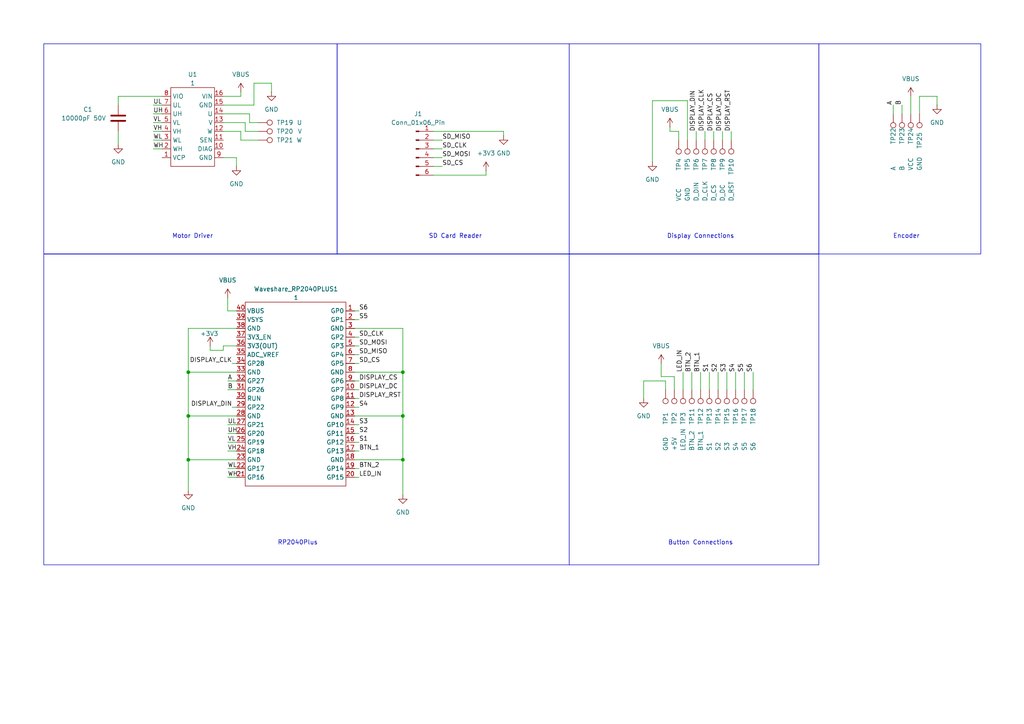
<source format=kicad_sch>
(kicad_sch (version 20231120) (generator "eeschema") (generator_version "8.0")
  (paper "A4")
  (lib_symbols
    (symbol "Connector:Conn_01x06_Pin" (pin_names (offset 1.016) hide)
      (property "Reference" "J" (at 0 7.62 0))
      (property "Value" "Conn_01x06_Pin" (at 0 -10.16 0))
      (symbol "Conn_01x06_Pin_1_1"
        (polyline (pts (xy 1.27 -7.62) (xy 0.8636 -7.62)) (stroke (width 0.1524)))
        (polyline (pts (xy 1.27 -5.08) (xy 0.8636 -5.08)) (stroke (width 0.1524)))
        (polyline (pts (xy 1.27 -2.54) (xy 0.8636 -2.54)) (stroke (width 0.1524)))
        (polyline (pts (xy 1.27 0) (xy 0.8636 0)) (stroke (width 0.1524)))
        (polyline (pts (xy 1.27 2.54) (xy 0.8636 2.54)) (stroke (width 0.1524)))
        (polyline (pts (xy 1.27 5.08) (xy 0.8636 5.08)) (stroke (width 0.1524)))
        (rectangle (start 0.8636 -7.493) (end 0 -7.747) (stroke (width 0.1524)) (fill (type outline)))
        (rectangle (start 0.8636 -4.953) (end 0 -5.207) (stroke (width 0.1524)) (fill (type outline)))
        (rectangle (start 0.8636 -2.413) (end 0 -2.667) (stroke (width 0.1524)) (fill (type outline)))
        (rectangle (start 0.8636 0.127) (end 0 -0.127) (stroke (width 0.1524)) (fill (type outline)))
        (rectangle (start 0.8636 2.667) (end 0 2.413) (stroke (width 0.1524)) (fill (type outline)))
        (rectangle (start 0.8636 5.207) (end 0 4.953) (stroke (width 0.1524)) (fill (type outline)))
        (pin passive line (at 5.08 5.08 180) (length 3.81) (name "Pin_1") (number "1"))
        (pin passive line (at 5.08 2.54 180) (length 3.81) (name "Pin_2") (number "2"))
        (pin passive line (at 5.08 0 180) (length 3.81) (name "Pin_3") (number "3"))
        (pin passive line (at 5.08 -2.54 180) (length 3.81) (name "Pin_4") (number "4"))
        (pin passive line (at 5.08 -5.08 180) (length 3.81) (name "Pin_5") (number "5"))
        (pin passive line (at 5.08 -7.62 180) (length 3.81) (name "Pin_6") (number "6"))
      )
    )
    (symbol "Connector:TestPoint" (pin_numbers hide) (pin_names (offset 0.762) hide)
      (property "Reference" "TP" (at 0 6.858 0))
      (property "Value" "TestPoint" (at 0 5.08 0))
      (symbol "TestPoint_0_1"
        (circle (center 0 3.302) (radius 0.762))
      )
      (symbol "TestPoint_1_1"
        (pin passive line (at 0 0 90) (length 2.54) (name "1") (number "1"))
      )
    )
    (symbol "Device:C" (pin_numbers hide) (pin_names (offset 0.254))
      (property "Reference" "C" (at 0.635 2.54 0))
      (property "Value" "C" (at 0.635 -2.54 0))
      (symbol "C_0_1"
        (polyline (pts (xy -2.032 -0.762) (xy 2.032 -0.762)) (stroke (width 0.508)))
        (polyline (pts (xy -2.032 0.762) (xy 2.032 0.762)) (stroke (width 0.508)))
      )
      (symbol "C_1_1"
        (pin passive line (at 0 3.81 270) (length 2.794) (name "~") (number "1"))
        (pin passive line (at 0 -3.81 90) (length 2.794) (name "~") (number "2"))
      )
    )
    (symbol "MCU_RaspberryPi_and_Boards:RP2040PLUS"
      (property "Reference" "Waveshare RP2040PLUS" (at 0 0.254 90))
      (symbol "RP2040PLUS_0_1"
        (rectangle (start -15.24 26.67) (end 13.97 -26.67))
      )
      (symbol "RP2040PLUS_1_1"
        (pin bidirectional line (at 16.51 24.13 180) (length 2.54) (name "GP0") (number "1"))
        (pin bidirectional line (at 16.51 1.27 180) (length 2.54) (name "GP7") (number "10"))
        (pin bidirectional line (at 16.51 -1.27 180) (length 2.54) (name "GP8") (number "11"))
        (pin bidirectional line (at 16.51 -3.81 180) (length 2.54) (name "GP9") (number "12"))
        (pin power_in line (at 16.51 -6.35 180) (length 2.54) (name "GND") (number "13"))
        (pin bidirectional line (at 16.51 -8.89 180) (length 2.54) (name "GP10") (number "14"))
        (pin bidirectional line (at 16.51 -11.43 180) (length 2.54) (name "GP11") (number "15"))
        (pin bidirectional line (at 16.51 -13.97 180) (length 2.54) (name "GP12") (number "16"))
        (pin bidirectional line (at 16.51 -16.51 180) (length 2.54) (name "GP13") (number "17"))
        (pin power_in line (at 16.51 -19.05 180) (length 2.54) (name "GND") (number "18"))
        (pin bidirectional line (at 16.51 -21.59 180) (length 2.54) (name "GP14") (number "19"))
        (pin bidirectional line (at 16.51 21.59 180) (length 2.54) (name "GP1") (number "2"))
        (pin bidirectional line (at 16.51 -24.13 180) (length 2.54) (name "GP15") (number "20"))
        (pin bidirectional line (at -17.78 -24.13 0) (length 2.54) (name "GP16") (number "21"))
        (pin bidirectional line (at -17.78 -21.59 0) (length 2.54) (name "GP17") (number "22"))
        (pin power_in line (at -17.78 -19.05 0) (length 2.54) (name "GND") (number "23"))
        (pin bidirectional line (at -17.78 -16.51 0) (length 2.54) (name "GP18") (number "24"))
        (pin bidirectional line (at -17.78 -13.97 0) (length 2.54) (name "GP19") (number "25"))
        (pin bidirectional line (at -17.78 -11.43 0) (length 2.54) (name "GP20") (number "26"))
        (pin bidirectional line (at -17.78 -8.89 0) (length 2.54) (name "GP21") (number "27"))
        (pin power_in line (at -17.78 -6.35 0) (length 2.54) (name "GND") (number "28"))
        (pin bidirectional line (at -17.78 -3.81 0) (length 2.54) (name "GP22") (number "29"))
        (pin power_in line (at 16.51 19.05 180) (length 2.54) (name "GND") (number "3"))
        (pin bidirectional line (at -17.78 -1.27 0) (length 2.54) (name "RUN") (number "30"))
        (pin bidirectional line (at -17.78 1.27 0) (length 2.54) (name "GP26") (number "31"))
        (pin bidirectional line (at -17.78 3.81 0) (length 2.54) (name "GP27") (number "32"))
        (pin power_in line (at -17.78 6.35 0) (length 2.54) (name "GND") (number "33"))
        (pin bidirectional line (at -17.78 8.89 0) (length 2.54) (name "GP28") (number "34"))
        (pin bidirectional line (at -17.78 11.43 0) (length 2.54) (name "ADC_VREF") (number "35"))
        (pin power_out line (at -17.78 13.97 0) (length 2.54) (name "3V3(OUT)") (number "36"))
        (pin input line (at -17.78 16.51 0) (length 2.54) (name "3V3_EN") (number "37"))
        (pin power_in line (at -17.78 19.05 0) (length 2.54) (name "GND") (number "38"))
        (pin power_in line (at -17.78 21.59 0) (length 2.54) (name "VSYS") (number "39"))
        (pin bidirectional line (at 16.51 16.51 180) (length 2.54) (name "GP2") (number "4"))
        (pin power_in line (at -17.78 24.13 0) (length 2.54) (name "VBUS") (number "40"))
        (pin bidirectional line (at 16.51 13.97 180) (length 2.54) (name "GP3") (number "5"))
        (pin bidirectional line (at 16.51 11.43 180) (length 2.54) (name "GP4") (number "6"))
        (pin bidirectional line (at 16.51 8.89 180) (length 2.54) (name "GP5") (number "7"))
        (pin power_in line (at 16.51 6.35 180) (length 2.54) (name "GND") (number "8"))
        (pin bidirectional line (at 16.51 3.81 180) (length 2.54) (name "GP6") (number "9"))
      )
    )
    (symbol "Sparkfun_TMC6300:Sparkfun_TMC6300"
      (property "Reference" "U" (at 6.858 9.906 0))
      (symbol "Sparkfun_TMC6300_0_1"
        (rectangle (start 0 20.32) (end 12.7 -2.54))
      )
      (symbol "Sparkfun_TMC6300_1_1"
        (pin power_in line (at -2.54 0 0) (length 2.54) (name "VCP") (number "1"))
        (pin power_in line (at 15.24 2.54 180) (length 2.54) (name "DIAG") (number "10"))
        (pin power_in line (at 15.24 5.08 180) (length 2.54) (name "SEN") (number "11"))
        (pin power_in line (at 15.24 7.62 180) (length 2.54) (name "W") (number "12"))
        (pin power_in line (at 15.24 10.16 180) (length 2.54) (name "V") (number "13"))
        (pin power_in line (at 15.24 12.7 180) (length 2.54) (name "U") (number "14"))
        (pin power_in line (at 15.24 15.24 180) (length 2.54) (name "GND") (number "15"))
        (pin power_in line (at 15.24 17.78 180) (length 2.54) (name "VIN") (number "16"))
        (pin power_in line (at -2.54 2.54 0) (length 2.54) (name "WH") (number "2"))
        (pin power_in line (at -2.54 5.08 0) (length 2.54) (name "WL") (number "3"))
        (pin power_in line (at -2.54 7.62 0) (length 2.54) (name "VH") (number "4"))
        (pin power_in line (at -2.54 10.16 0) (length 2.54) (name "VL") (number "5"))
        (pin power_in line (at -2.54 12.7 0) (length 2.54) (name "UH") (number "6"))
        (pin power_in line (at -2.54 15.24 0) (length 2.54) (name "UL") (number "7"))
        (pin power_in line (at -2.54 17.78 0) (length 2.54) (name "VIO") (number "8"))
        (pin power_in line (at 15.24 0 180) (length 2.54) (name "GND") (number "9"))
      )
    )
    (symbol "power:+3V3" (power) (pin_numbers hide) (pin_names (offset 0) hide)
      (property "Value" "+3V3" (at 0 3.556 0))
      (symbol "+3V3_0_1"
        (polyline (pts (xy -0.762 1.27) (xy 0 2.54)))
        (polyline (pts (xy 0 0) (xy 0 2.54)))
        (polyline (pts (xy 0 2.54) (xy 0.762 1.27)))
      )
      (symbol "+3V3_1_1"
        (pin power_in line (at 0 0 90) (length 0) (name "~") (number "1"))
      )
    )
    (symbol "power:GND" (power) (pin_numbers hide) (pin_names (offset 0) hide)
      (property "Value" "GND" (at 0 -3.81 0))
      (symbol "GND_0_1"
        (polyline (pts (xy 0 0) (xy 0 -1.27) (xy 1.27 -1.27) (xy 0 -2.54) (xy -1.27 -1.27) (xy 0 -1.27)))
      )
      (symbol "GND_1_1"
        (pin power_in line (at 0 0 270) (length 0) (name "~") (number "1"))
      )
    )
    (symbol "power:VBUS" (power) (pin_numbers hide) (pin_names (offset 0) hide)
      (property "Value" "VBUS" (at 0 3.556 0))
      (symbol "VBUS_0_1"
        (polyline (pts (xy -0.762 1.27) (xy 0 2.54)))
        (polyline (pts (xy 0 0) (xy 0 2.54)))
        (polyline (pts (xy 0 2.54) (xy 0.762 1.27)))
      )
      (symbol "VBUS_1_1"
        (pin power_in line (at 0 0 90) (length 0) (name "~") (number "1"))
      )
    )
  )
  (junction (at 116.84 133.35))
  (junction (at 54.61 120.65))
  (junction (at 116.84 120.65))
  (junction (at 54.61 133.35))
  (junction (at 54.61 107.95))
  (junction (at 116.84 107.95))
  (wire (pts (xy 116.84 120.65) (xy 116.84 133.35)))
  (wire (pts (xy 64.77 27.94) (xy 69.85 27.94)))
  (wire (pts (xy 102.87 118.11) (xy 104.14 118.11)))
  (wire (pts (xy 102.87 90.17) (xy 104.14 90.17)))
  (wire (pts (xy 69.85 27.94) (xy 69.85 26.67)))
  (wire (pts (xy 54.61 120.65) (xy 54.61 133.35)))
  (wire (pts (xy 66.04 130.81) (xy 68.58 130.81)))
  (wire (pts (xy 259.08 30.48) (xy 259.08 33.02)))
  (wire (pts (xy 140.97 50.8) (xy 140.97 49.53)))
  (wire (pts (xy 186.69 110.49) (xy 186.69 115.57)))
  (wire (pts (xy 102.87 135.89) (xy 104.14 135.89)))
  (wire (pts (xy 102.87 105.41) (xy 104.14 105.41)))
  (wire (pts (xy 203.2 107.95) (xy 203.2 113.03)))
  (wire (pts (xy 46.99 27.94) (xy 34.29 27.94)))
  (wire (pts (xy 264.16 27.94) (xy 264.16 33.02)))
  (wire (pts (xy 102.87 113.03) (xy 104.14 113.03)))
  (wire (pts (xy 72.39 33.02) (xy 72.39 35.56)))
  (wire (pts (xy 68.58 90.17) (xy 66.04 90.17)))
  (wire (pts (xy 201.93 38.1) (xy 201.93 40.64)))
  (wire (pts (xy 44.45 33.02) (xy 46.99 33.02)))
  (wire (pts (xy 191.77 109.22) (xy 195.58 109.22)))
  (wire (pts (xy 205.74 107.95) (xy 205.74 113.03)))
  (wire (pts (xy 198.12 107.95) (xy 198.12 113.03)))
  (wire (pts (xy 102.87 120.65) (xy 116.84 120.65)))
  (wire (pts (xy 102.87 95.25) (xy 116.84 95.25)))
  (wire (pts (xy 64.77 38.1) (xy 69.85 38.1)))
  (wire (pts (xy 271.78 27.94) (xy 271.78 30.48)))
  (wire (pts (xy 125.73 43.18) (xy 128.27 43.18)))
  (wire (pts (xy 193.04 110.49) (xy 186.69 110.49)))
  (wire (pts (xy 44.45 38.1) (xy 46.99 38.1)))
  (wire (pts (xy 66.04 113.03) (xy 68.58 113.03)))
  (wire (pts (xy 196.85 38.1) (xy 196.85 40.64)))
  (wire (pts (xy 196.85 38.1) (xy 194.31 38.1)))
  (wire (pts (xy 54.61 133.35) (xy 54.61 142.24)))
  (wire (pts (xy 44.45 43.18) (xy 46.99 43.18)))
  (wire (pts (xy 66.04 135.89) (xy 68.58 135.89)))
  (wire (pts (xy 64.77 35.56) (xy 71.12 35.56)))
  (wire (pts (xy 102.87 107.95) (xy 116.84 107.95)))
  (wire (pts (xy 34.29 38.1) (xy 34.29 41.91)))
  (wire (pts (xy 102.87 115.57) (xy 104.14 115.57)))
  (wire (pts (xy 102.87 102.87) (xy 104.14 102.87)))
  (wire (pts (xy 44.45 40.64) (xy 46.99 40.64)))
  (wire (pts (xy 218.44 107.95) (xy 218.44 113.03)))
  (wire (pts (xy 102.87 138.43) (xy 104.14 138.43)))
  (wire (pts (xy 102.87 100.33) (xy 104.14 100.33)))
  (wire (pts (xy 193.04 113.03) (xy 193.04 110.49)))
  (wire (pts (xy 69.85 40.64) (xy 74.93 40.64)))
  (wire (pts (xy 102.87 92.71) (xy 104.14 92.71)))
  (wire (pts (xy 73.66 24.13) (xy 78.74 24.13)))
  (wire (pts (xy 125.73 45.72) (xy 128.27 45.72)))
  (wire (pts (xy 266.7 27.94) (xy 266.7 33.02)))
  (wire (pts (xy 54.61 133.35) (xy 68.58 133.35)))
  (wire (pts (xy 102.87 133.35) (xy 116.84 133.35)))
  (wire (pts (xy 102.87 130.81) (xy 104.14 130.81)))
  (wire (pts (xy 116.84 133.35) (xy 116.84 143.51)))
  (wire (pts (xy 102.87 125.73) (xy 104.14 125.73)))
  (wire (pts (xy 68.58 45.72) (xy 68.58 48.26)))
  (wire (pts (xy 125.73 48.26) (xy 128.27 48.26)))
  (wire (pts (xy 66.04 128.27) (xy 68.58 128.27)))
  (wire (pts (xy 64.77 45.72) (xy 68.58 45.72)))
  (wire (pts (xy 210.82 107.95) (xy 210.82 113.03)))
  (wire (pts (xy 67.31 105.41) (xy 68.58 105.41)))
  (wire (pts (xy 204.47 38.1) (xy 204.47 40.64)))
  (wire (pts (xy 73.66 30.48) (xy 64.77 30.48)))
  (wire (pts (xy 67.31 118.11) (xy 68.58 118.11)))
  (wire (pts (xy 34.29 27.94) (xy 34.29 30.48)))
  (wire (pts (xy 116.84 107.95) (xy 116.84 120.65)))
  (wire (pts (xy 68.58 100.33) (xy 64.77 100.33)))
  (wire (pts (xy 66.04 138.43) (xy 68.58 138.43)))
  (wire (pts (xy 189.23 29.21) (xy 189.23 46.99)))
  (wire (pts (xy 64.77 101.6) (xy 60.96 101.6)))
  (wire (pts (xy 200.66 107.95) (xy 200.66 113.03)))
  (wire (pts (xy 125.73 40.64) (xy 128.27 40.64)))
  (wire (pts (xy 102.87 128.27) (xy 104.14 128.27)))
  (wire (pts (xy 69.85 38.1) (xy 69.85 40.64)))
  (wire (pts (xy 44.45 30.48) (xy 46.99 30.48)))
  (wire (pts (xy 102.87 97.79) (xy 104.14 97.79)))
  (wire (pts (xy 71.12 35.56) (xy 71.12 38.1)))
  (wire (pts (xy 66.04 123.19) (xy 68.58 123.19)))
  (wire (pts (xy 207.01 38.1) (xy 207.01 40.64)))
  (wire (pts (xy 68.58 95.25) (xy 54.61 95.25)))
  (wire (pts (xy 102.87 110.49) (xy 104.14 110.49)))
  (wire (pts (xy 125.73 38.1) (xy 146.05 38.1)))
  (wire (pts (xy 54.61 107.95) (xy 68.58 107.95)))
  (wire (pts (xy 78.74 24.13) (xy 78.74 26.67)))
  (wire (pts (xy 125.73 50.8) (xy 140.97 50.8)))
  (wire (pts (xy 215.9 107.95) (xy 215.9 113.03)))
  (wire (pts (xy 54.61 120.65) (xy 68.58 120.65)))
  (wire (pts (xy 73.66 24.13) (xy 73.66 30.48)))
  (wire (pts (xy 60.96 100.33) (xy 60.96 101.6)))
  (wire (pts (xy 199.39 29.21) (xy 199.39 40.64)))
  (wire (pts (xy 64.77 33.02) (xy 72.39 33.02)))
  (wire (pts (xy 209.55 38.1) (xy 209.55 40.64)))
  (wire (pts (xy 66.04 125.73) (xy 68.58 125.73)))
  (wire (pts (xy 54.61 95.25) (xy 54.61 107.95)))
  (wire (pts (xy 54.61 107.95) (xy 54.61 120.65)))
  (wire (pts (xy 191.77 105.41) (xy 191.77 109.22)))
  (wire (pts (xy 208.28 107.95) (xy 208.28 113.03)))
  (wire (pts (xy 212.09 38.1) (xy 212.09 40.64)))
  (wire (pts (xy 213.36 107.95) (xy 213.36 113.03)))
  (wire (pts (xy 44.45 35.56) (xy 46.99 35.56)))
  (wire (pts (xy 116.84 95.25) (xy 116.84 107.95)))
  (wire (pts (xy 261.62 30.48) (xy 261.62 33.02)))
  (wire (pts (xy 199.39 29.21) (xy 189.23 29.21)))
  (wire (pts (xy 146.05 38.1) (xy 146.05 39.37)))
  (wire (pts (xy 194.31 38.1) (xy 194.31 36.83)))
  (wire (pts (xy 195.58 109.22) (xy 195.58 113.03)))
  (wire (pts (xy 66.04 90.17) (xy 66.04 86.36)))
  (wire (pts (xy 64.77 100.33) (xy 64.77 101.6)))
  (wire (pts (xy 71.12 38.1) (xy 74.93 38.1)))
  (wire (pts (xy 72.39 35.56) (xy 74.93 35.56)))
  (wire (pts (xy 102.87 123.19) (xy 104.14 123.19)))
  (wire (pts (xy 266.7 27.94) (xy 271.78 27.94)))
  (wire (pts (xy 66.04 110.49) (xy 68.58 110.49)))
  (rectangle (start 12.7 12.7) (end 97.79 73.66))
  (rectangle (start 97.79 12.7) (end 165.1 73.66))
  (rectangle (start 237.49 12.7) (end 284.48 73.66))
  (rectangle (start 12.7 73.66) (end 165.1 163.83))
  (rectangle (start 165.1 12.7) (end 237.49 73.66))
  (rectangle (start 165.1 73.66) (end 237.49 163.83))
  (text "Motor Driver" (at 55.88 68.58 0) (effects (font (size 1.27 1.27))))
  (text "SD Card Reader" (at 132.08 68.58 0) (effects (font (size 1.27 1.27))))
  (text "RP2040Plus" (at 86.36 157.48 0) (effects (font (size 1.27 1.27))))
  (text "Display Connections" (at 203.2 68.58 0) (effects (font (size 1.27 1.27))))
  (text "Button Connections" (at 203.2 157.48 0) (effects (font (size 1.27 1.27))))
  (text "Encoder" (at 262.89 68.58 0) (effects (font (size 1.27 1.27))))
  (label "BTN_1" (at 104.14 130.81 0))
  (label "DISPLAY_CLK" (at 67.31 105.41 180))
  (label "A" (at 259.08 30.48 90))
  (label "DISPLAY_RST" (at 212.09 38.1 90))
  (label "UL" (at 44.45 30.48 0))
  (label "DISPLAY_CLK" (at 204.47 38.1 90))
  (label "VL" (at 66.04 128.27 0))
  (label "SD_CLK" (at 104.14 97.79 0))
  (label "BTN_2" (at 104.14 135.89 0))
  (label "S2" (at 208.28 107.95 90))
  (label "DISPLAY_DC" (at 104.14 113.03 0))
  (label "DISPLAY_CS" (at 104.14 110.49 0))
  (label "UL" (at 66.04 123.19 0))
  (label "BTN_2" (at 200.66 107.95 90))
  (label "S6" (at 104.14 90.17 0))
  (label "S3" (at 210.82 107.95 90))
  (label "B" (at 66.04 113.03 0))
  (label "WL" (at 66.04 135.89 0))
  (label "LED_IN" (at 104.14 138.43 0))
  (label "VL" (at 44.45 35.56 0))
  (label "A" (at 66.04 110.49 0))
  (label "UH" (at 66.04 125.73 0))
  (label "B" (at 261.62 30.48 90))
  (label "VH" (at 44.45 38.1 0))
  (label "S5" (at 104.14 92.71 0))
  (label "DISPLAY_DIN" (at 67.31 118.11 180))
  (label "S6" (at 218.44 107.95 90))
  (label "SD_CS" (at 104.14 105.41 0))
  (label "BTN_1" (at 203.2 107.95 90))
  (label "S5" (at 215.9 107.95 90))
  (label "UH" (at 44.45 33.02 0))
  (label "SD_CS" (at 128.27 48.26 0))
  (label "S1" (at 104.14 128.27 0))
  (label "DISPLAY_CS" (at 207.01 38.1 90))
  (label "DISPLAY_DC" (at 209.55 38.1 90))
  (label "WL" (at 44.45 40.64 0))
  (label "VH" (at 66.04 130.81 0))
  (label "S4" (at 213.36 107.95 90))
  (label "LED_IN" (at 198.12 107.95 90))
  (label "WH" (at 44.45 43.18 0))
  (label "DISPLAY_RST" (at 104.14 115.57 0))
  (label "S4" (at 104.14 118.11 0))
  (label "DISPLAY_DIN" (at 201.93 38.1 90))
  (label "S3" (at 104.14 123.19 0))
  (label "SD_CLK" (at 128.27 43.18 0))
  (label "SD_MISO" (at 104.14 102.87 0))
  (label "SD_MISO" (at 128.27 40.64 0))
  (label "WH" (at 66.04 138.43 0))
  (label "SD_MOSI" (at 104.14 100.33 0))
  (label "S1" (at 205.74 107.95 90))
  (label "S2" (at 104.14 125.73 0))
  (label "SD_MOSI" (at 128.27 45.72 0))
  (symbol (lib_id "power:GND") (at 68.58 48.26 0) (unit 1)
    (property "Reference" "#PWR03" (effects (hide yes)))
    (property "Value" "GND" (at 68.58 53.34 0))
    (property "Description" "Power symbol creates a global label with name \"GND\" , ground" (effects (hide yes)))
  )
  (symbol (lib_id "Connector:TestPoint") (at 215.9 113.03 180) (unit 1)
    (property "Reference" "TP17" (at 215.9 123.19 90) (effects (justify right)))
    (property "Value" "S5" (at 215.9 130.81 90) (effects (justify right)))
    (property "Footprint" "TestPoint:TestPoint_THTPad_D1.0mm_Drill0.5mm" (effects (hide yes)))
    (property "Description" "test point" (effects (hide yes)))
  )
  (symbol (lib_id "power:GND") (at 78.74 26.67 0) (unit 1)
    (property "Reference" "#PWR04" (effects (hide yes)))
    (property "Value" "GND" (at 78.74 31.75 0))
    (property "Description" "Power symbol creates a global label with name \"GND\" , ground" (effects (hide yes)))
  )
  (symbol (lib_id "power:GND") (at 116.84 143.51 0) (unit 1)
    (property "Reference" "#PWR06" (effects (hide yes)))
    (property "Value" "GND" (at 116.84 148.59 0))
    (property "Description" "Power symbol creates a global label with name \"GND\" , ground" (effects (hide yes)))
  )
  (symbol (lib_id "Connector:TestPoint") (at 218.44 113.03 180) (unit 1)
    (property "Reference" "TP18" (at 218.44 123.19 90) (effects (justify right)))
    (property "Value" "S6" (at 218.44 130.81 90) (effects (justify right)))
    (property "Footprint" "TestPoint:TestPoint_THTPad_D1.0mm_Drill0.5mm" (effects (hide yes)))
    (property "Description" "test point" (effects (hide yes)))
  )
  (symbol (lib_id "Connector:TestPoint") (at 198.12 113.03 180) (unit 1)
    (property "Reference" "TP3" (at 198.12 123.19 90) (effects (justify right)))
    (property "Value" "LED_IN" (at 198.12 130.81 90) (effects (justify right)))
    (property "Footprint" "TestPoint:TestPoint_THTPad_D1.0mm_Drill0.5mm" (effects (hide yes)))
    (property "Description" "test point" (effects (hide yes)))
  )
  (symbol (lib_id "MCU_RaspberryPi_and_Boards:RP2040PLUS") (at 86.36 114.3 0) (unit 1)
    (property "Reference" "Waveshare_RP2040PLUS1" (at 85.8584 83.82 0))
    (property "Value" "1" (at 85.8584 86.36 0))
    (property "Footprint" "Parts:RP2040PLUS_SMD" (effects (hide yes)))
  )
  (symbol (lib_id "power:VBUS") (at 66.04 86.36 0) (unit 1)
    (property "Reference" "#PWR08" (effects (hide yes)))
    (property "Value" "VBUS" (at 66.04 81.28 0))
    (property "Description" "Power symbol creates a global label with name \"VBUS\"" (effects (hide yes)))
  )
  (symbol (lib_id "Connector:TestPoint") (at 195.58 113.03 180) (unit 1)
    (property "Reference" "TP2" (at 195.58 123.19 90) (effects (justify right)))
    (property "Value" "+5V" (at 195.58 130.81 90) (effects (justify right)))
    (property "Footprint" "TestPoint:TestPoint_THTPad_D1.0mm_Drill0.5mm" (effects (hide yes)))
    (property "Description" "test point" (effects (hide yes)))
  )
  (symbol (lib_id "power:GND") (at 34.29 41.91 0) (unit 1)
    (property "Reference" "#PWR07" (effects (hide yes)))
    (property "Value" "GND" (at 34.29 46.99 0))
    (property "Description" "Power symbol creates a global label with name \"GND\" , ground" (effects (hide yes)))
  )
  (symbol (lib_id "power:VBUS") (at 191.77 105.41 0) (unit 1)
    (property "Reference" "#PWR014" (effects (hide yes)))
    (property "Value" "VBUS" (at 191.77 100.33 0))
    (property "Description" "Power symbol creates a global label with name \"VBUS\"" (effects (hide yes)))
  )
  (symbol (lib_id "Connector:TestPoint") (at 74.93 40.64 270) (unit 1)
    (property "Reference" "TP21" (at 85.09 40.64 90) (effects (justify right)))
    (property "Value" "W" (at 87.63 40.64 90) (effects (justify right)))
    (property "Footprint" "TestPoint:TestPoint_THTPad_D2.0mm_Drill1.0mm" (effects (hide yes)))
    (property "Description" "test point" (effects (hide yes)))
  )
  (symbol (lib_id "Connector:TestPoint") (at 213.36 113.03 180) (unit 1)
    (property "Reference" "TP16" (at 213.36 123.19 90) (effects (justify right)))
    (property "Value" "S4" (at 213.36 130.81 90) (effects (justify right)))
    (property "Footprint" "TestPoint:TestPoint_THTPad_D1.0mm_Drill0.5mm" (effects (hide yes)))
    (property "Description" "test point" (effects (hide yes)))
  )
  (symbol (lib_id "power:VBUS") (at 264.16 27.94 0) (unit 1)
    (property "Reference" "#PWR015" (effects (hide yes)))
    (property "Value" "VBUS" (at 264.16 22.86 0))
    (property "Description" "Power symbol creates a global label with name \"VBUS\"" (effects (hide yes)))
  )
  (symbol (lib_id "power:GND") (at 189.23 46.99 0) (unit 1)
    (property "Reference" "#PWR011" (effects (hide yes)))
    (property "Value" "GND" (at 189.23 52.07 0))
    (property "Description" "Power symbol creates a global label with name \"GND\" , ground" (effects (hide yes)))
  )
  (symbol (lib_id "Connector:TestPoint") (at 200.66 113.03 180) (unit 1)
    (property "Reference" "TP11" (at 200.66 123.19 90) (effects (justify right)))
    (property "Value" "BTN_2" (at 200.66 130.81 90) (effects (justify right)))
    (property "Footprint" "TestPoint:TestPoint_THTPad_D1.0mm_Drill0.5mm" (effects (hide yes)))
    (property "Description" "test point" (effects (hide yes)))
  )
  (symbol (lib_id "Connector:Conn_01x06_Pin") (at 120.65 43.18 0) (unit 1)
    (property "Reference" "J1" (at 121.285 33.02 0))
    (property "Value" "Conn_01x06_Pin" (at 121.285 35.56 0))
    (property "Footprint" "Connector_PinHeader_2.54mm:PinHeader_1x06_P2.54mm_Vertical" (effects (hide yes)))
    (property "Description" "Generic connector, single row, 01x06, script generated" (effects (hide yes)))
  )
  (symbol (lib_id "Connector:TestPoint") (at 196.85 40.64 180) (unit 1)
    (property "Reference" "TP4" (at 196.85 49.53 90) (effects (justify right)))
    (property "Value" "VCC" (at 196.85 58.42 90) (effects (justify right)))
    (property "Footprint" "TestPoint:TestPoint_THTPad_D1.0mm_Drill0.5mm" (effects (hide yes)))
    (property "Description" "test point" (effects (hide yes)))
  )
  (symbol (lib_id "Connector:TestPoint") (at 204.47 40.64 180) (unit 1)
    (property "Reference" "TP7" (at 204.47 49.53 90) (effects (justify right)))
    (property "Value" "D_CLK" (at 204.47 58.42 90) (effects (justify right)))
    (property "Footprint" "TestPoint:TestPoint_THTPad_D1.0mm_Drill0.5mm" (effects (hide yes)))
    (property "Description" "test point" (effects (hide yes)))
  )
  (symbol (lib_id "Connector:TestPoint") (at 203.2 113.03 180) (unit 1)
    (property "Reference" "TP12" (at 203.2 123.19 90) (effects (justify right)))
    (property "Value" "BTN_1" (at 203.2 130.81 90) (effects (justify right)))
    (property "Footprint" "TestPoint:TestPoint_THTPad_D1.0mm_Drill0.5mm" (effects (hide yes)))
    (property "Description" "test point" (effects (hide yes)))
  )
  (symbol (lib_id "Connector:TestPoint") (at 212.09 40.64 180) (unit 1)
    (property "Reference" "TP10" (at 212.09 50.8 90) (effects (justify right)))
    (property "Value" "D_RST" (at 212.09 58.42 90) (effects (justify right)))
    (property "Footprint" "TestPoint:TestPoint_THTPad_D1.0mm_Drill0.5mm" (effects (hide yes)))
    (property "Description" "test point" (effects (hide yes)))
  )
  (symbol (lib_id "Connector:TestPoint") (at 210.82 113.03 180) (unit 1)
    (property "Reference" "TP15" (at 210.82 123.19 90) (effects (justify right)))
    (property "Value" "S3" (at 210.82 130.81 90) (effects (justify right)))
    (property "Footprint" "TestPoint:TestPoint_THTPad_D1.0mm_Drill0.5mm" (effects (hide yes)))
    (property "Description" "test point" (effects (hide yes)))
  )
  (symbol (lib_id "Connector:TestPoint") (at 199.39 40.64 180) (unit 1)
    (property "Reference" "TP5" (at 199.39 49.53 90) (effects (justify right)))
    (property "Value" "GND" (at 199.39 58.42 90) (effects (justify right)))
    (property "Footprint" "TestPoint:TestPoint_THTPad_D1.0mm_Drill0.5mm" (effects (hide yes)))
    (property "Description" "test point" (effects (hide yes)))
  )
  (symbol (lib_id "Connector:TestPoint") (at 208.28 113.03 180) (unit 1)
    (property "Reference" "TP14" (at 208.28 123.19 90) (effects (justify right)))
    (property "Value" "S2" (at 208.28 130.81 90) (effects (justify right)))
    (property "Footprint" "TestPoint:TestPoint_THTPad_D1.0mm_Drill0.5mm" (effects (hide yes)))
    (property "Description" "test point" (effects (hide yes)))
  )
  (symbol (lib_id "power:GND") (at 271.78 30.48 0) (unit 1)
    (property "Reference" "#PWR016" (effects (hide yes)))
    (property "Value" "GND" (at 271.78 35.56 0))
    (property "Description" "Power symbol creates a global label with name \"GND\" , ground" (effects (hide yes)))
  )
  (symbol (lib_id "power:+3V3") (at 140.97 49.53 0) (unit 1)
    (property "Reference" "#PWR01" (effects (hide yes)))
    (property "Value" "+3V3" (at 140.97 44.45 0))
    (property "Description" "Power symbol creates a global label with name \"+3V3\"" (effects (hide yes)))
  )
  (symbol (lib_id "Connector:TestPoint") (at 205.74 113.03 180) (unit 1)
    (property "Reference" "TP13" (at 205.74 123.19 90) (effects (justify right)))
    (property "Value" "S1" (at 205.74 130.81 90) (effects (justify right)))
    (property "Footprint" "TestPoint:TestPoint_THTPad_D1.0mm_Drill0.5mm" (effects (hide yes)))
    (property "Description" "test point" (effects (hide yes)))
  )
  (symbol (lib_id "power:GND") (at 146.05 39.37 0) (unit 1)
    (property "Reference" "#PWR02" (effects (hide yes)))
    (property "Value" "GND" (at 146.05 44.45 0))
    (property "Description" "Power symbol creates a global label with name \"GND\" , ground" (effects (hide yes)))
  )
  (symbol (lib_id "Connector:TestPoint") (at 264.16 33.02 180) (unit 1)
    (property "Reference" "TP24" (at 264.16 41.91 90) (effects (justify right)))
    (property "Value" "VCC" (at 264.16 49.53 90) (effects (justify right)))
    (property "Footprint" "TestPoint:TestPoint_THTPad_D1.0mm_Drill0.5mm" (effects (hide yes)))
    (property "Description" "test point" (effects (hide yes)))
  )
  (symbol (lib_id "Connector:TestPoint") (at 193.04 113.03 180) (unit 1)
    (property "Reference" "TP1" (at 193.04 123.19 90) (effects (justify right)))
    (property "Value" "GND" (at 193.04 130.81 90) (effects (justify right)))
    (property "Footprint" "TestPoint:TestPoint_THTPad_D1.0mm_Drill0.5mm" (effects (hide yes)))
    (property "Description" "test point" (effects (hide yes)))
  )
  (symbol (lib_id "Connector:TestPoint") (at 266.7 33.02 180) (unit 1)
    (property "Reference" "TP25" (at 266.7 43.18 90) (effects (justify right)))
    (property "Value" "GND" (at 266.7 49.53 90) (effects (justify right)))
    (property "Footprint" "TestPoint:TestPoint_THTPad_D1.0mm_Drill0.5mm" (effects (hide yes)))
    (property "Description" "test point" (effects (hide yes)))
  )
  (symbol (lib_id "Connector:TestPoint") (at 209.55 40.64 180) (unit 1)
    (property "Reference" "TP9" (at 209.55 49.53 90) (effects (justify right)))
    (property "Value" "D_DC" (at 209.55 58.42 90) (effects (justify right)))
    (property "Footprint" "TestPoint:TestPoint_THTPad_D1.0mm_Drill0.5mm" (effects (hide yes)))
    (property "Description" "test point" (effects (hide yes)))
  )
  (symbol (lib_id "Sparkfun_TMC6300:Sparkfun_TMC6300") (at 49.53 45.72 0) (unit 1)
    (property "Reference" "U1" (at 55.88 21.59 0))
    (property "Value" "1" (at 55.88 24.13 0))
    (property "Footprint" "Parts:Sparkfun_TMC6300" (effects (hide yes)))
  )
  (symbol (lib_id "Connector:TestPoint") (at 207.01 40.64 180) (unit 1)
    (property "Reference" "TP8" (at 207.01 49.53 90) (effects (justify right)))
    (property "Value" "D_CS" (at 207.01 58.42 90) (effects (justify right)))
    (property "Footprint" "TestPoint:TestPoint_THTPad_D1.0mm_Drill0.5mm" (effects (hide yes)))
    (property "Description" "test point" (effects (hide yes)))
  )
  (symbol (lib_id "power:VBUS") (at 194.31 36.83 0) (unit 1)
    (property "Reference" "#PWR010" (effects (hide yes)))
    (property "Value" "VBUS" (at 194.31 31.75 0))
    (property "Description" "Power symbol creates a global label with name \"VBUS\"" (effects (hide yes)))
  )
  (symbol (lib_id "Connector:TestPoint") (at 74.93 35.56 270) (unit 1)
    (property "Reference" "TP19" (at 85.09 35.56 90) (effects (justify right)))
    (property "Value" "U" (at 87.63 35.56 90) (effects (justify right)))
    (property "Footprint" "TestPoint:TestPoint_THTPad_D2.0mm_Drill1.0mm" (effects (hide yes)))
    (property "Description" "test point" (effects (hide yes)))
  )
  (symbol (lib_id "Device:C") (at 34.29 34.29 0) (unit 1)
    (property "Reference" "C1" (at 24.13 31.75 0) (effects (justify left)))
    (property "Value" "10000pF 50V" (at 17.78 34.29 0) (effects (justify left)))
    (property "Footprint" "Capacitor_SMD:C_0603_1608Metric_Pad1.08x0.95mm_HandSolder" (effects (hide yes)))
    (property "Description" "Unpolarized capacitor" (effects (hide yes)))
  )
  (symbol (lib_id "power:GND") (at 54.61 142.24 0) (unit 1)
    (property "Reference" "#PWR05" (effects (hide yes)))
    (property "Value" "GND" (at 54.61 147.32 0))
    (property "Description" "Power symbol creates a global label with name \"GND\" , ground" (effects (hide yes)))
  )
  (symbol (lib_id "power:GND") (at 186.69 115.57 0) (unit 1)
    (property "Reference" "#PWR013" (effects (hide yes)))
    (property "Value" "GND" (at 186.69 120.65 0))
    (property "Description" "Power symbol creates a global label with name \"GND\" , ground" (effects (hide yes)))
  )
  (symbol (lib_id "Connector:TestPoint") (at 259.08 33.02 180) (unit 1)
    (property "Reference" "TP22" (at 259.08 41.91 90) (effects (justify right)))
    (property "Value" "A" (at 259.08 49.53 90) (effects (justify right)))
    (property "Footprint" "TestPoint:TestPoint_THTPad_D1.0mm_Drill0.5mm" (effects (hide yes)))
    (property "Description" "test point" (effects (hide yes)))
  )
  (symbol (lib_id "power:+3V3") (at 60.96 100.33 0) (unit 1)
    (property "Reference" "#PWR012" (effects (hide yes)))
    (property "Value" "+3V3" (at 60.706 96.774 0))
    (property "Description" "Power symbol creates a global label with name \"+3V3\"" (effects (hide yes)))
  )
  (symbol (lib_id "Connector:TestPoint") (at 201.93 40.64 180) (unit 1)
    (property "Reference" "TP6" (at 201.93 49.53 90) (effects (justify right)))
    (property "Value" "D_DIN" (at 201.93 58.42 90) (effects (justify right)))
    (property "Footprint" "TestPoint:TestPoint_THTPad_D1.0mm_Drill0.5mm" (effects (hide yes)))
    (property "Description" "test point" (effects (hide yes)))
  )
  (symbol (lib_id "Connector:TestPoint") (at 74.93 38.1 270) (unit 1)
    (property "Reference" "TP20" (at 85.09 38.1 90) (effects (justify right)))
    (property "Value" "V" (at 87.63 38.1 90) (effects (justify right)))
    (property "Footprint" "TestPoint:TestPoint_THTPad_D2.0mm_Drill1.0mm" (effects (hide yes)))
    (property "Description" "test point" (effects (hide yes)))
  )
  (symbol (lib_id "Connector:TestPoint") (at 261.62 33.02 180) (unit 1)
    (property "Reference" "TP23" (at 261.62 41.91 90) (effects (justify right)))
    (property "Value" "B" (at 261.62 49.53 90) (effects (justify right)))
    (property "Footprint" "TestPoint:TestPoint_THTPad_D1.0mm_Drill0.5mm" (effects (hide yes)))
    (property "Description" "test point" (effects (hide yes)))
  )
  (symbol (lib_id "power:VBUS") (at 69.85 26.67 0) (unit 1)
    (property "Reference" "#PWR09" (effects (hide yes)))
    (property "Value" "VBUS" (at 69.85 21.59 0))
    (property "Description" "Power symbol creates a global label with name \"VBUS\"" (effects (hide yes)))
  )
)
</source>
